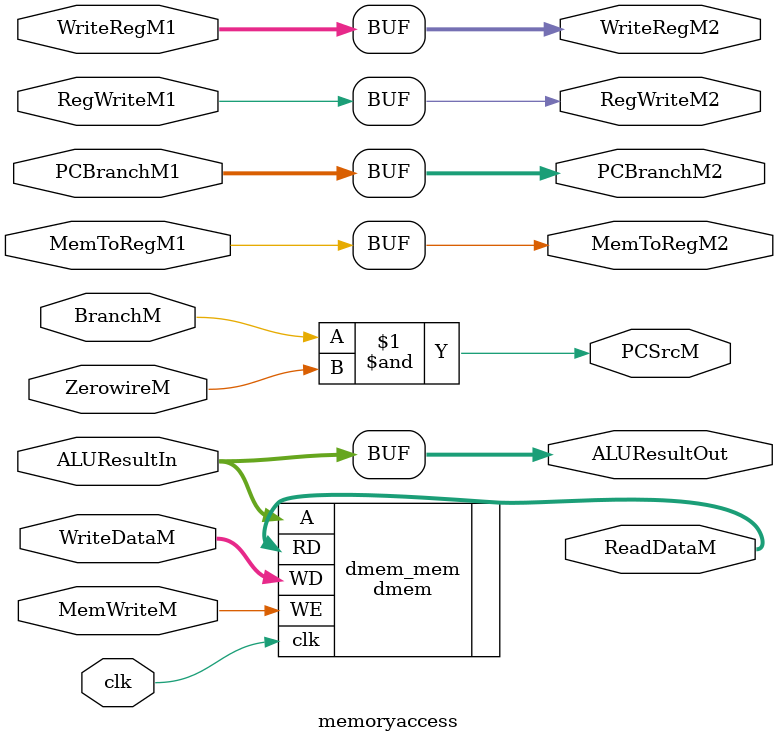
<source format=v>
`timescale 1ns / 1ps


module memoryaccess(
    output [31:0] ReadDataM, ALUResultOut, PCBranchM2,
    output [4:0] WriteRegM2, 
    output RegWriteM2, MemToRegM2, PCSrcM,
    input [31:0] WriteDataM, ALUResultIn, PCBranchM1,
    input [4:0] WriteRegM1,
    input BranchM, MemWriteM, MemToRegM1, RegWriteM1, ZerowireM, clk
    );

    dmem dmem_mem(
        .RD( ReadDataM ),
        .A( ALUResultIn ),
        .WD( WriteDataM ),
        .WE( MemWriteM ),
        .clk( clk )
    );

    assign PCSrcM = BranchM & ZerowireM;

    //Send signals to next section
    assign ALUResultOut = ALUResultIn;
    assign WriteRegM2 = WriteRegM1;
    assign PCBranchM2 = PCBranchM1;
    assign MemToRegM2 = MemToRegM1;
    assign RegWriteM2 = RegWriteM1;

endmodule

</source>
